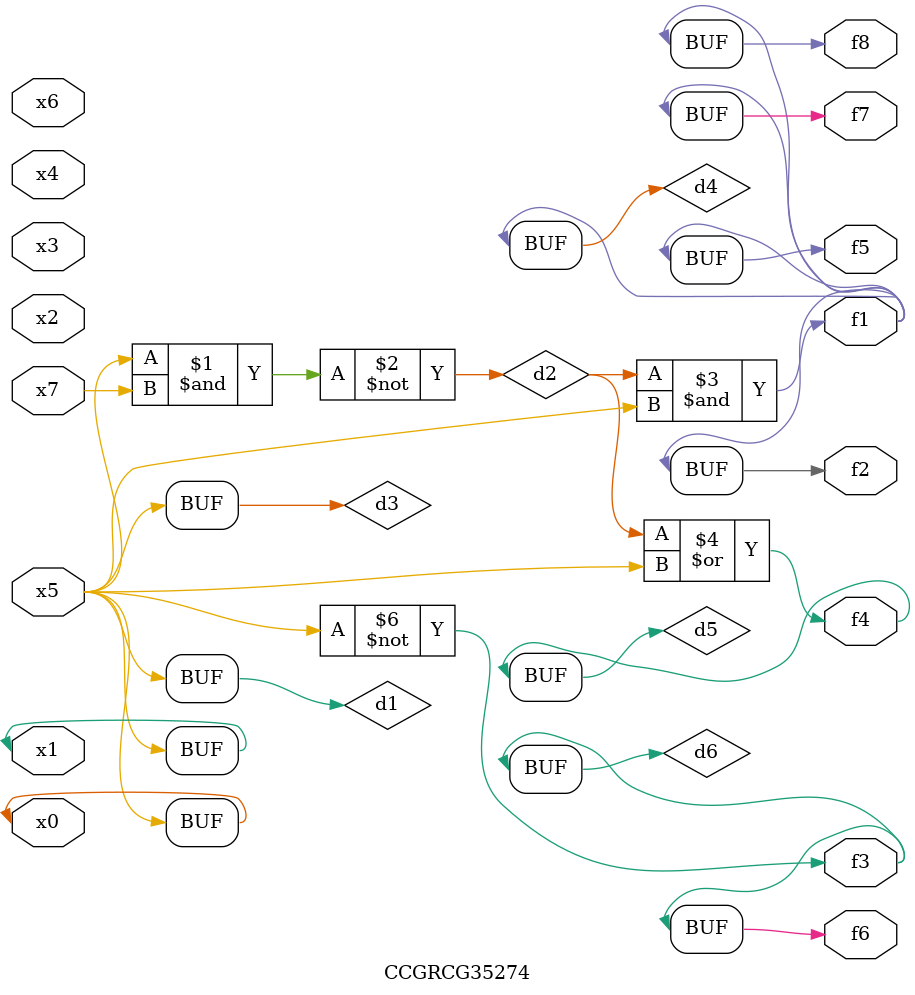
<source format=v>
module CCGRCG35274(
	input x0, x1, x2, x3, x4, x5, x6, x7,
	output f1, f2, f3, f4, f5, f6, f7, f8
);

	wire d1, d2, d3, d4, d5, d6;

	buf (d1, x0, x5);
	nand (d2, x5, x7);
	buf (d3, x0, x1);
	and (d4, d2, d3);
	or (d5, d2, d3);
	nor (d6, d1, d3);
	assign f1 = d4;
	assign f2 = d4;
	assign f3 = d6;
	assign f4 = d5;
	assign f5 = d4;
	assign f6 = d6;
	assign f7 = d4;
	assign f8 = d4;
endmodule

</source>
